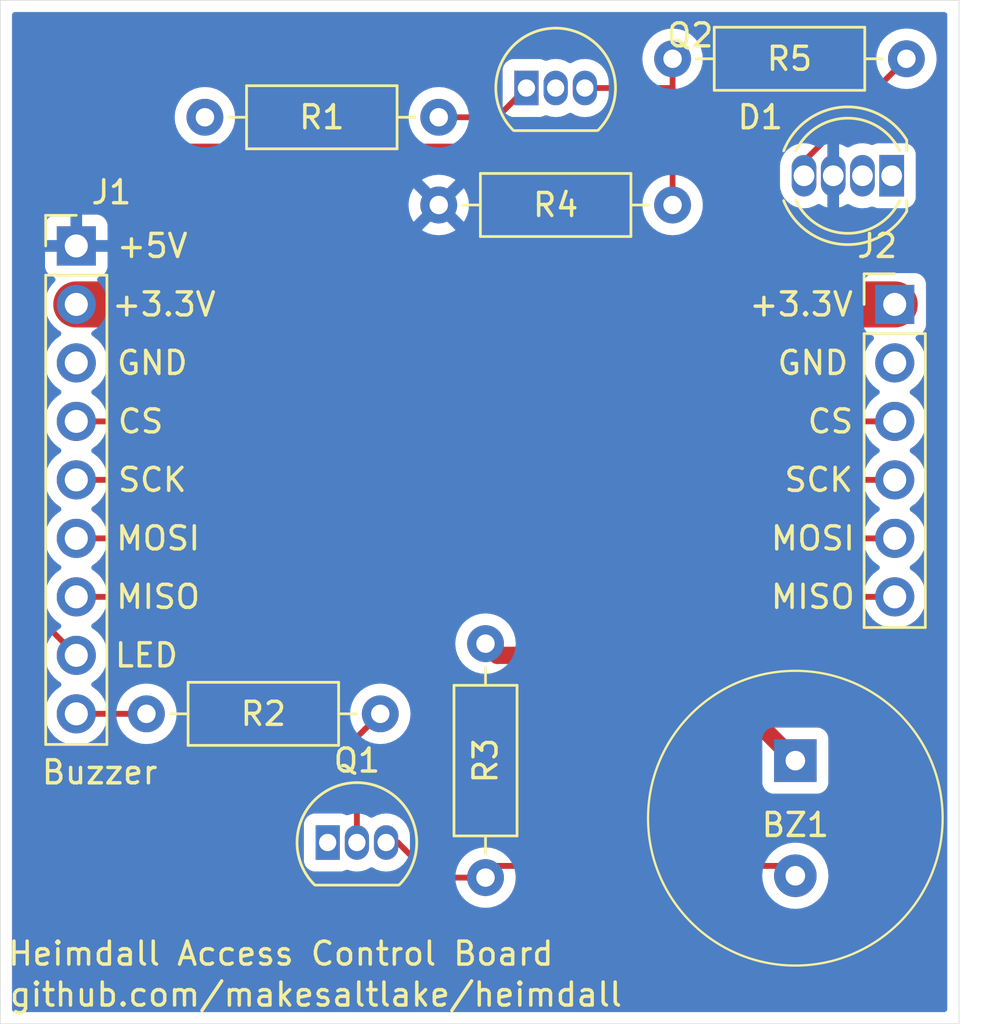
<source format=kicad_pcb>
(kicad_pcb (version 20211014) (generator pcbnew)
  (title_block (title "Heimdall Outside Board") (date "2020-07-24") (rev "01") (comment 1 "https://opensource.org/licenses/MIT") (comment 2 "License: MIT") (comment 3 "https://github.com/makesaltlake/heimdall") (comment 4 "Author: Rebecca Cran <rebecca@bsdio.com>"))
  (layers (0 "F.Cu" signal) (1 "In1.Cu" power) (2 "In2.Cu" power) (31 "B.Cu" power) (34 "B.Paste" user) (35 "F.Paste" user) (36 "B.SilkS" user "B.Silkscreen") (37 "F.SilkS" user "F.Silkscreen") (38 "B.Mask" user) (39 "F.Mask" user) (44 "Edge.Cuts" user))
  (net 0 "")
  (net 1 "Net-(R5-Pad2)")
  (net 2 "/CS")
  (net 3 "/SCK")
  (net 4 "/MOSI")
  (net 5 "/MISO")
  (net 6 "/LED")
  (net 7 "/Buzzer")
  (net 8 "Net-(BZ1-Pad2)")
  (net 10 "Net-(Q2-Pad3)")
  (net 11 "+3V3")
  (net 12 "GND")
  (net 13 "+5V")
  (net 14 "Net-(Q1-Pad2)")
  (footprint "Connector_PinHeader_2.54mm:PinHeader_1x09_P2.54mm_Vertical" (layer "F.Cu") (at 54.102 86.868)
    (fp_text reference "J1" (at 1.524 -2.33) (layer "F.SilkS"))
    (fp_text value "Conn_01x09")
    (fp_line (start -1.33 1.27) (end 1.33 1.27) (layer "F.SilkS") (width 0.12))
    (fp_line (start -1.33 -1.33) (end 0 -1.33) (layer "F.SilkS") (width 0.12))
    (fp_line (start -1.33 1.27) (end -1.33 21.65) (layer "F.SilkS") (width 0.12))
    (fp_line (start 1.33 1.27) (end 1.33 21.65) (layer "F.SilkS") (width 0.12))
    (fp_line (start -1.33 0) (end -1.33 -1.33) (layer "F.SilkS") (width 0.12))
    (fp_line (start -1.33 21.65) (end 1.33 21.65) (layer "F.SilkS") (width 0.12))
    (pad "1" thru_hole rect locked (at 0 0) (size 1.7 1.7) (drill 1) (layers *.Cu *.Mask) (net 13 "+5V"))
    (pad "2" thru_hole oval locked (at 0 2.54) (size 1.7 1.7) (drill 1) (layers *.Cu *.Mask) (net 11 "+3V3"))
    (pad "3" thru_hole oval locked (at 0 5.08) (size 1.7 1.7) (drill 1) (layers *.Cu *.Mask) (net 12 "GND"))
    (pad "4" thru_hole oval locked (at 0 7.62) (size 1.7 1.7) (drill 1) (layers *.Cu *.Mask) (net 2 "/CS"))
    (pad "5" thru_hole oval locked (at 0 10.16) (size 1.7 1.7) (drill 1) (layers *.Cu *.Mask) (net 3 "/SCK"))
    (pad "6" thru_hole oval locked (at 0 12.7) (size 1.7 1.7) (drill 1) (layers *.Cu *.Mask) (net 4 "/MOSI"))
    (pad "7" thru_hole oval locked (at 0 15.24) (size 1.7 1.7) (drill 1) (layers *.Cu *.Mask) (net 5 "/MISO"))
    (pad "8" thru_hole oval locked (at 0 17.78) (size 1.7 1.7) (drill 1) (layers *.Cu *.Mask) (net 6 "/LED"))
    (pad "9" thru_hole oval locked (at 0 20.32) (size 1.7 1.7) (drill 1) (layers *.Cu *.Mask) (net 7 "/Buzzer"))
  )
  (footprint "Connector_PinHeader_2.54mm:PinHeader_1x06_P2.54mm_Vertical" (layer "F.Cu") (at 89.662 89.408)
    (fp_text reference "J2" (at -0.762 -2.54) (layer "F.SilkS"))
    (fp_text value "Conn_01x06")
    (fp_line (start -1.33 1.27) (end -1.33 14.03) (layer "F.SilkS") (width 0.12))
    (fp_line (start 1.33 1.27) (end 1.33 14.03) (layer "F.SilkS") (width 0.12))
    (fp_line (start -1.33 14.03) (end 1.33 14.03) (layer "F.SilkS") (width 0.12))
    (fp_line (start -1.33 -1.33) (end 0 -1.33) (layer "F.SilkS") (width 0.12))
    (fp_line (start -1.33 1.27) (end 1.33 1.27) (layer "F.SilkS") (width 0.12))
    (fp_line (start -1.33 0) (end -1.33 -1.33) (layer "F.SilkS") (width 0.12))
    (pad "1" thru_hole rect locked (at 0 0) (size 1.7 1.7) (drill 1) (layers *.Cu *.Mask) (net 11 "+3V3"))
    (pad "2" thru_hole oval locked (at 0 2.54) (size 1.7 1.7) (drill 1) (layers *.Cu *.Mask) (net 12 "GND"))
    (pad "3" thru_hole oval locked (at 0 5.08) (size 1.7 1.7) (drill 1) (layers *.Cu *.Mask) (net 2 "/CS"))
    (pad "4" thru_hole oval locked (at 0 7.62) (size 1.7 1.7) (drill 1) (layers *.Cu *.Mask) (net 3 "/SCK"))
    (pad "5" thru_hole oval locked (at 0 10.16) (size 1.7 1.7) (drill 1) (layers *.Cu *.Mask) (net 4 "/MOSI"))
    (pad "6" thru_hole oval locked (at 0 12.7) (size 1.7 1.7) (drill 1) (layers *.Cu *.Mask) (net 5 "/MISO"))
  )
  (footprint "Resistor_THT:R_Axial_DIN0207_L6.3mm_D2.5mm_P10.16mm_Horizontal" (layer "F.Cu") (at 69.85 81.28 180)
    (fp_text reference "R1" (at 5.08 0) (layer "F.SilkS"))
    (fp_text value "10K")
    (fp_line (start 1.81 1.37) (end 8.35 1.37) (layer "F.SilkS") (width 0.12))
    (fp_line (start 1.81 -1.37) (end 1.81 1.37) (layer "F.SilkS") (width 0.12))
    (fp_line (start 8.35 -1.37) (end 1.81 -1.37) (layer "F.SilkS") (width 0.12))
    (fp_line (start 8.35 1.37) (end 8.35 -1.37) (layer "F.SilkS") (width 0.12))
    (fp_line (start 1.04 0) (end 1.81 0) (layer "F.SilkS") (width 0.12))
    (fp_line (start 9.12 0) (end 8.35 0) (layer "F.SilkS") (width 0.12))
    (pad "1" thru_hole circle locked (at 0 0 180) (size 1.6 1.6) (drill 0.8) (layers *.Cu *.Mask) (net 6 "/LED"))
    (pad "2" thru_hole oval locked (at 10.16 0 180) (size 1.6 1.6) (drill 0.8) (layers *.Cu *.Mask) (net 11 "+3V3"))
  )
  (footprint "Resistor_THT:R_Axial_DIN0207_L6.3mm_D2.5mm_P10.16mm_Horizontal" (layer "F.Cu") (at 57.15 107.188)
    (fp_text reference "R2" (at 5.08 0) (layer "F.SilkS"))
    (fp_text value "1K")
    (fp_line (start 1.81 -1.37) (end 1.81 1.37) (layer "F.SilkS") (width 0.12))
    (fp_line (start 9.12 0) (end 8.35 0) (layer "F.SilkS") (width 0.12))
    (fp_line (start 8.35 -1.37) (end 1.81 -1.37) (layer "F.SilkS") (width 0.12))
    (fp_line (start 1.04 0) (end 1.81 0) (layer "F.SilkS") (width 0.12))
    (fp_line (start 8.35 1.37) (end 8.35 -1.37) (layer "F.SilkS") (width 0.12))
    (fp_line (start 1.81 1.37) (end 8.35 1.37) (layer "F.SilkS") (width 0.12))
    (pad "1" thru_hole circle locked (at 0 0) (size 1.6 1.6) (drill 0.8) (layers *.Cu *.Mask) (net 7 "/Buzzer"))
    (pad "2" thru_hole oval locked (at 10.16 0) (size 1.6 1.6) (drill 0.8) (layers *.Cu *.Mask) (net 14 "Net-(Q1-Pad2)"))
  )
  (footprint "Resistor_THT:R_Axial_DIN0207_L6.3mm_D2.5mm_P10.16mm_Horizontal" (layer "F.Cu") (at 71.882 114.3 90)
    (fp_text reference "R3" (at 5.08 0 90) (layer "F.SilkS"))
    (fp_text value "1K")
    (fp_line (start 1.04 0) (end 1.81 0) (layer "F.SilkS") (width 0.12))
    (fp_line (start 8.35 -1.37) (end 1.81 -1.37) (layer "F.SilkS") (width 0.12))
    (fp_line (start 9.12 0) (end 8.35 0) (layer "F.SilkS") (width 0.12))
    (fp_line (start 1.81 -1.37) (end 1.81 1.37) (layer "F.SilkS") (width 0.12))
    (fp_line (start 8.35 1.37) (end 8.35 -1.37) (layer "F.SilkS") (width 0.12))
    (fp_line (start 1.81 1.37) (end 8.35 1.37) (layer "F.SilkS") (width 0.12))
    (pad "1" thru_hole circle locked (at 0 0 90) (size 1.6 1.6) (drill 0.8) (layers *.Cu *.Mask) (net 8 "Net-(BZ1-Pad2)"))
    (pad "2" thru_hole oval locked (at 10.16 0 90) (size 1.6 1.6) (drill 0.8) (layers *.Cu *.Mask) (net 11 "+3V3"))
  )
  (footprint "Resistor_THT:R_Axial_DIN0207_L6.3mm_D2.5mm_P10.16mm_Horizontal" (layer "F.Cu") (at 80.01 78.74)
    (fp_text reference "R5" (at 5.08 0) (layer "F.SilkS"))
    (fp_text value "500")
    (fp_line (start 1.04 0) (end 1.81 0) (layer "F.SilkS") (width 0.12))
    (fp_line (start 1.81 -1.37) (end 1.81 1.37) (layer "F.SilkS") (width 0.12))
    (fp_line (start 1.81 1.37) (end 8.35 1.37) (layer "F.SilkS") (width 0.12))
    (fp_line (start 8.35 -1.37) (end 1.81 -1.37) (layer "F.SilkS") (width 0.12))
    (fp_line (start 9.12 0) (end 8.35 0) (layer "F.SilkS") (width 0.12))
    (fp_line (start 8.35 1.37) (end 8.35 -1.37) (layer "F.SilkS") (width 0.12))
    (pad "1" thru_hole circle locked (at 0 0) (size 1.6 1.6) (drill 0.8) (layers *.Cu *.Mask) (net 10 "Net-(Q2-Pad3)"))
    (pad "2" thru_hole oval locked (at 10.16 0) (size 1.6 1.6) (drill 0.8) (layers *.Cu *.Mask) (net 1 "Net-(R5-Pad2)"))
  )
  (footprint "Resistor_THT:R_Axial_DIN0207_L6.3mm_D2.5mm_P10.16mm_Horizontal" (layer "F.Cu") (at 69.85 85.09)
    (fp_text reference "R4" (at 5.08 0) (layer "F.SilkS"))
    (fp_text value "10K")
    (fp_line (start 1.81 1.37) (end 8.35 1.37) (layer "F.SilkS") (width 0.12))
    (fp_line (start 9.12 0) (end 8.35 0) (layer "F.SilkS") (width 0.12))
    (fp_line (start 1.04 0) (end 1.81 0) (layer "F.SilkS") (width 0.12))
    (fp_line (start 8.35 1.37) (end 8.35 -1.37) (layer "F.SilkS") (width 0.12))
    (fp_line (start 1.81 -1.37) (end 1.81 1.37) (layer "F.SilkS") (width 0.12))
    (fp_line (start 8.35 -1.37) (end 1.81 -1.37) (layer "F.SilkS") (width 0.12))
    (pad "1" thru_hole circle locked (at 0 0) (size 1.6 1.6) (drill 0.8) (layers *.Cu *.Mask) (net 13 "+5V"))
    (pad "2" thru_hole oval locked (at 10.16 0) (size 1.6 1.6) (drill 0.8) (layers *.Cu *.Mask) (net 10 "Net-(Q2-Pad3)"))
  )
  (footprint "Package_TO_SOT_THT:TO-92_Inline" (layer "F.Cu") (at 73.66 80.01)
    (fp_text reference "Q2" (at 7.112 -2.286) (layer "F.SilkS"))
    (fp_text value "2N7000")
    (fp_line (start -0.53 1.85) (end 3.07 1.85) (layer "F.SilkS") (width 0.12))
    (fp_arc (start 1.27 -2.6) (mid 3.672087 -0.994977) (end 3.108478 1.838478) (layer "F.SilkS") (width 0.12))
    (fp_arc (start -0.568478 1.838478) (mid -1.132087 -0.994977) (end 1.27 -2.6) (layer "F.SilkS") (width 0.12))
    (pad "1" thru_hole rect locked (at 0 0) (size 1.05 1.5) (drill 0.75) (layers *.Cu *.Mask) (net 6 "/LED"))
    (pad "2" thru_hole oval locked (at 1.27 0) (size 1.05 1.5) (drill 0.75) (layers *.Cu *.Mask) (net 11 "+3V3"))
    (pad "3" thru_hole oval locked (at 2.54 0) (size 1.05 1.5) (drill 0.75) (layers *.Cu *.Mask) (net 10 "Net-(Q2-Pad3)"))
  )
  (footprint "digikey-footprints:Piezo_Transducer_THT_PS1240P02BT" (layer "F.Cu") (at 85.344 109.22)
    (fp_text reference "BZ1" (at 0 2.794) (layer "F.SilkS"))
    (fp_text value "PS1240P02BT")
    (fp_circle (center 0 2.5) (end 0 8.9) (layer "F.SilkS") (width 0.1) (fill none))
    (pad "1" thru_hole rect locked (at 0 0) (size 1.85 1.85) (drill 0.85) (layers *.Cu *.Mask) (net 11 "+3V3"))
    (pad "2" thru_hole circle locked (at 0 5) (size 1.85 1.85) (drill 0.85) (layers *.Cu *.Mask) (net 8 "Net-(BZ1-Pad2)"))
  )
  (footprint "Package_TO_SOT_THT:TO-92_Inline" (layer "F.Cu") (at 65.024 112.776)
    (fp_text reference "Q1" (at 1.27 -3.56) (layer "F.SilkS"))
    (fp_text value "2N3904")
    (fp_line (start -0.53 1.85) (end 3.07 1.85) (layer "F.SilkS") (width 0.12))
    (fp_arc (start -0.568478 1.838478) (mid -1.132087 -0.994977) (end 1.27 -2.6) (layer "F.SilkS") (width 0.12))
    (fp_arc (start 1.27 -2.6) (mid 3.672087 -0.994977) (end 3.108478 1.838478) (layer "F.SilkS") (width 0.12))
    (pad "1" thru_hole rect locked (at 0 0) (size 1.05 1.5) (drill 0.75) (layers *.Cu *.Mask) (net 12 "GND"))
    (pad "2" thru_hole oval locked (at 1.27 0) (size 1.05 1.5) (drill 0.75) (layers *.Cu *.Mask) (net 14 "Net-(Q1-Pad2)"))
    (pad "3" thru_hole oval locked (at 2.54 0) (size 1.05 1.5) (drill 0.75) (layers *.Cu *.Mask) (net 8 "Net-(BZ1-Pad2)"))
  )
  (footprint "LED_THT:LED_D5.0mm-4_RGB" (layer "F.Cu") (at 89.53 83.82 180)
    (fp_text reference "D1" (at 5.71 2.54) (layer "F.SilkS"))
    (fp_text value "NeoPixel_THT")
    (fp_line (start -0.655 1.08) (end -0.655 1.545) (layer "F.SilkS") (width 0.12))
    (fp_line (start -0.655 -1.545) (end -0.655 -1.08) (layer "F.SilkS") (width 0.12))
    (fp_arc (start -0.349684 -1.08) (mid 1.904762 -2.5) (end 4.159479 -1.080429) (layer "F.SilkS") (width 0.12))
    (fp_arc (start 4.159479 1.080429) (mid 1.904762 2.5) (end -0.349684 1.08) (layer "F.SilkS") (width 0.12))
    (fp_arc (start 4.692815 1.080827) (mid 2.163456 2.978808) (end -0.655 1.54483) (layer "F.SilkS") (width 0.12))
    (fp_arc (start -0.655 -1.54483) (mid 2.163456 -2.978809) (end 4.692815 -1.080827) (layer "F.SilkS") (width 0.12))
    (pad "1" thru_hole rect (at 0 0 180) (size 1.07 1.8) (drill 0.9) (layers *.Cu *.Mask))
    (pad "2" thru_hole oval (at 1.27 0 180) (size 1.07 1.8) (drill 0.9) (layers *.Cu *.Mask) (net 12 "GND"))
    (pad "3" thru_hole oval (at 2.54 0 180) (size 1.07 1.8) (drill 0.9) (layers *.Cu *.Mask) (net 13 "+5V"))
    (pad "4" thru_hole oval (at 3.81 0 180) (size 1.07 1.8) (drill 0.9) (layers *.Cu *.Mask) (net 1 "Net-(R5-Pad2)"))
  )
  (gr_line (start 50.8 76.2) (end 50.8 120.65) (layer "Edge.Cuts") (width 0.0254))
  (gr_line (start 50.8 120.65) (end 92.456 120.65) (layer "Edge.Cuts") (width 0.0254))
  (gr_line (start 92.456 76.2) (end 92.456 120.65) (layer "Edge.Cuts") (width 0.0254))
  (gr_line (start 50.8 76.2) (end 92.456 76.2) (layer "Edge.Cuts") (width 0.0254))
  (gr_text "Heimdall Access Control Board" (at 62.992 117.602) (layer "F.SilkS") (effects (font (size 1 1))))
  (gr_text "SCK" (at 57.404 97.028) (layer "F.SilkS") (effects (font (size 1 1))))
  (gr_text "MOSI" (at 86.106 99.568) (layer "F.SilkS") (effects (font (size 1 1))))
  (gr_text "Buzzer" (at 55.118 109.728) (layer "F.SilkS") (effects (font (size 1 1))))
  (gr_text "CS" (at 56.896 94.488) (layer "F.SilkS") (effects (font (size 1 1))))
  (gr_text "SCK" (at 86.36 97.028) (layer "F.SilkS") (effects (font (size 1 1))))
  (gr_text "+5V" (at 57.404 86.868) (layer "F.SilkS") (effects (font (size 1 1))))
  (gr_text "GND" (at 57.404 91.948) (layer "F.SilkS") (effects (font (size 1 1))))
  (gr_text "MOSI" (at 57.658 99.568) (layer "F.SilkS") (effects (font (size 1 1))))
  (gr_text "github.com/makesaltlake/heimdall" (at 64.516 119.38) (layer "F.SilkS") (effects (font (size 1 1))))
  (gr_text "GND" (at 86.106 91.948) (layer "F.SilkS") (effects (font (size 1 1))))
  (gr_text "MISO" (at 57.658 102.108) (layer "F.SilkS") (effects (font (size 1 1))))
  (gr_text "CS" (at 86.868 94.488) (layer "F.SilkS") (effects (font (size 1 1))))
  (gr_text "LED" (at 57.15 104.648) (layer "F.SilkS") (effects (font (size 1 1))))
  (gr_text "MISO" (at 86.106 102.108) (layer "F.SilkS") (effects (font (size 1 1))))
  (gr_text "+3.3V" (at 57.912 89.408) (layer "F.SilkS") (effects (font (size 1 1))))
  (gr_text "+3.3V" (at 85.598 89.408) (layer "F.SilkS") (effects (font (size 1 1))))
  (segment (start 90.17 78.74) (end 85.72 83.19) (width 0.25) (layer "F.Cu") (net 1))
  (segment (start 85.72 83.19) (end 85.72 83.82) (width 0.25) (layer "F.Cu") (net 1))
  (segment (start 54.102 94.488) (end 89.662 94.488) (width 0.254) (layer "F.Cu") (net 2))
  (segment (start 54.102 97.028) (end 89.662 97.028) (width 0.254) (layer "F.Cu") (net 3))
  (segment (start 54.102 99.568) (end 89.662 99.568) (width 0.254) (layer "F.Cu") (net 4))
  (segment (start 54.102 102.108) (end 89.662 102.108) (width 0.254) (layer "F.Cu") (net 5))
  (segment (start 54.102 104.648) (end 52.07 102.616) (width 0.25) (layer "F.Cu") (net 6))
  (segment (start 69.85 81.28) (end 72.39 81.28) (width 0.25) (layer "F.Cu") (net 6))
  (segment (start 52.07 85.09) (end 54.61 82.55) (width 0.25) (layer "F.Cu") (net 6))
  (segment (start 54.61 82.55) (end 71.12 82.55) (width 0.25) (layer "F.Cu") (net 6))
  (segment (start 72.39 81.28) (end 73.66 80.01) (width 0.25) (layer "F.Cu") (net 6))
  (segment (start 71.12 82.55) (end 72.39 81.28) (width 0.25) (layer "F.Cu") (net 6))
  (segment (start 52.07 102.616) (end 52.07 85.09) (width 0.25) (layer "F.Cu") (net 6))
  (segment (start 54.102 107.188) (end 57.15 107.188) (width 0.254) (layer "F.Cu") (net 7))
  (segment (start 68.072 112.776) (end 69.596 114.3) (width 0.254) (layer "F.Cu") (net 8))
  (segment (start 69.596 114.3) (end 71.882 114.3) (width 0.254) (layer "F.Cu") (net 8))
  (segment (start 72.39 113.792) (end 71.882 114.3) (width 0.254) (layer "F.Cu") (net 8))
  (segment (start 67.564 112.776) (end 68.072 112.776) (width 0.254) (layer "F.Cu") (net 8))
  (segment (start 84.916 113.792) (end 85.344 114.22) (width 0.254) (layer "F.Cu") (net 8))
  (segment (start 85.264 114.3) (end 85.344 114.22) (width 0.254) (layer "F.Cu") (net 8))
  (segment (start 76.454 113.792) (end 84.916 113.792) (width 0.254) (layer "F.Cu") (net 8))
  (segment (start 76.454 113.792) (end 72.39 113.792) (width 0.254) (layer "F.Cu") (net 8))
  (segment (start 80.01 85.09) (end 80.01 80.01) (width 0.25) (layer "F.Cu") (net 10))
  (segment (start 80.01 80.01) (end 80.01 78.74) (width 0.25) (layer "F.Cu") (net 10))
  (segment (start 76.2 80.01) (end 80.01 80.01) (width 0.25) (layer "F.Cu") (net 10))
  (segment (start 80.772 104.648) (end 85.344 109.22) (width 0.75) (layer "F.Cu") (net 11))
  (segment (start 77.216 104.648) (end 72.39 104.648) (width 0.75) (layer "F.Cu") (net 11))
  (segment (start 54.102 89.408) (end 89.662 89.408) (width 2) (layer "F.Cu") (net 11))
  (segment (start 77.216 104.648) (end 80.772 104.648) (width 0.75) (layer "F.Cu") (net 11))
  (segment (start 72.39 104.648) (end 71.882 104.14) (width 0.75) (layer "F.Cu") (net 11))
  (segment (start 67.31 107.188) (end 66.294 108.204) (width 0.254) (layer "F.Cu") (net 14))
  (segment (start 66.294 108.204) (end 66.294 112.776) (width 0.254) (layer "F.Cu") (net 14))
  (zone (net 13) (net_name "+5V") (layer "B.Cu") (name "+5V") (connect_pads (clearance 0.508)) (min_thickness 0.254) (fill yes (thermal_gap 0.508) (thermal_bridge_width 0.508))
    (polygon (pts (xy 92.71 120.65) (xy 50.8 120.65) (xy 50.8 76.2) (xy 92.71 76.2)))
  )
)
</source>
